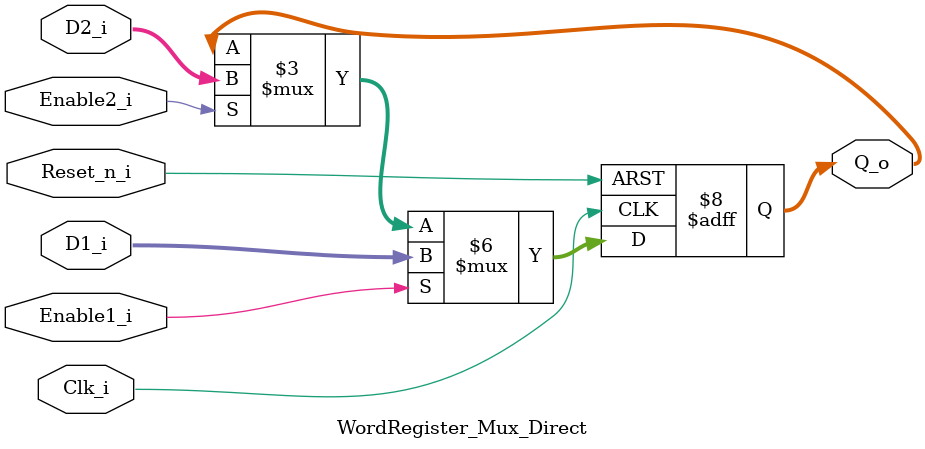
<source format=v>
module WordRegister_Mux_Direct (
  input Reset_n_i,
  input Clk_i,
  input[15:0] D1_i,
  input[15:0] D2_i,
  output reg [15:0] Q_o,
  input Enable1_i,
  input Enable2_i
);
  always @(negedge Reset_n_i or posedge Clk_i)
  begin
    if (!Reset_n_i)
    begin
      Q_o <= 16'd0;
    end
    else
    begin
      if (Enable1_i)
      begin
        Q_o <= D1_i;
      end
      else if (Enable2_i)
      begin
        Q_o <= D2_i;
      end
    end  
  end
endmodule
</source>
